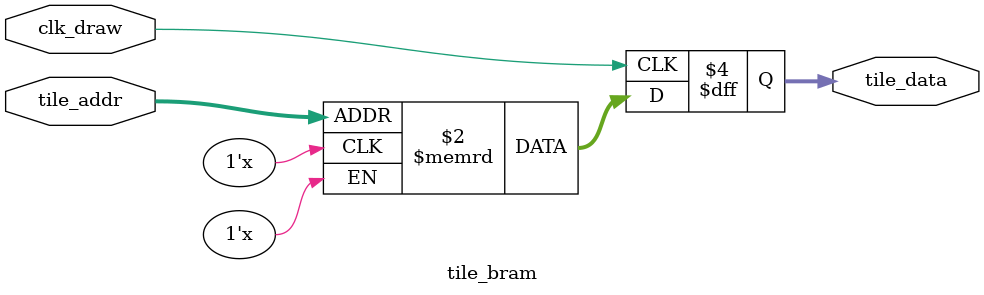
<source format=sv>

`default_nettype none
`timescale 1ns / 1ps


module tile_bram #(parameter FILENAME="") (
  input  logic        clk_draw,
  input  logic [13:0] tile_addr,
  output logic [15:0] tile_data
);

`ifdef FPGA_ICE40
    logic we = 1'b0;
    logic data_in [15:0] = 16'b0;

    SB_SPRAM256KA tile_spram (
        .ADDRESS({
            tile_y, tile_row,  // y index of the row
            tile_x, tile_col   // x position of the tile pixels
        }),
        .DATAIN(data_in),
        .MASKWREN(we),
        .WREN(|we),
        .CHIPSELECT(1'b1),
        .CLOCK(clk_draw),
        .STANDBY(1'b0),
        .SLEEP(1'b0),
        .POWEROFF(1'b1),
        .DATAOUT(tile_data)
    );
`else
    // This should be 16 BRAMs on the ECP5
    reg [15:0] rom[0:16383];

    initial begin
        if (FILENAME!="")
            $readmemh(FILENAME, rom);
    end

    always_ff @(posedge clk_draw) begin
        tile_data <= rom[tile_addr];
    end
`endif

endmodule

</source>
